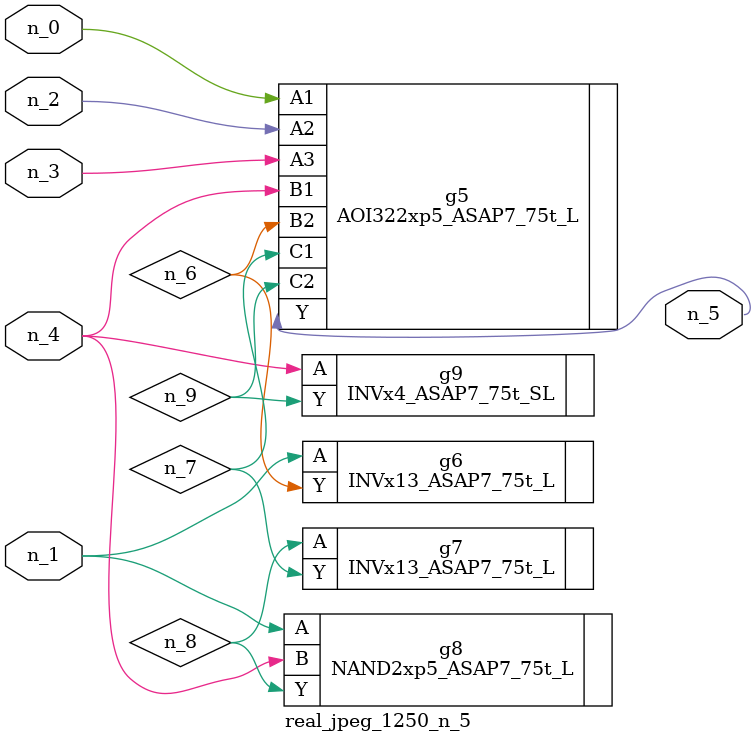
<source format=v>
module real_jpeg_1250_n_5 (n_4, n_0, n_1, n_2, n_3, n_5);

input n_4;
input n_0;
input n_1;
input n_2;
input n_3;

output n_5;

wire n_8;
wire n_6;
wire n_7;
wire n_9;

AOI322xp5_ASAP7_75t_L g5 ( 
.A1(n_0),
.A2(n_2),
.A3(n_3),
.B1(n_4),
.B2(n_6),
.C1(n_7),
.C2(n_9),
.Y(n_5)
);

INVx13_ASAP7_75t_L g6 ( 
.A(n_1),
.Y(n_6)
);

NAND2xp5_ASAP7_75t_L g8 ( 
.A(n_1),
.B(n_4),
.Y(n_8)
);

INVx4_ASAP7_75t_SL g9 ( 
.A(n_4),
.Y(n_9)
);

INVx13_ASAP7_75t_L g7 ( 
.A(n_8),
.Y(n_7)
);


endmodule
</source>
